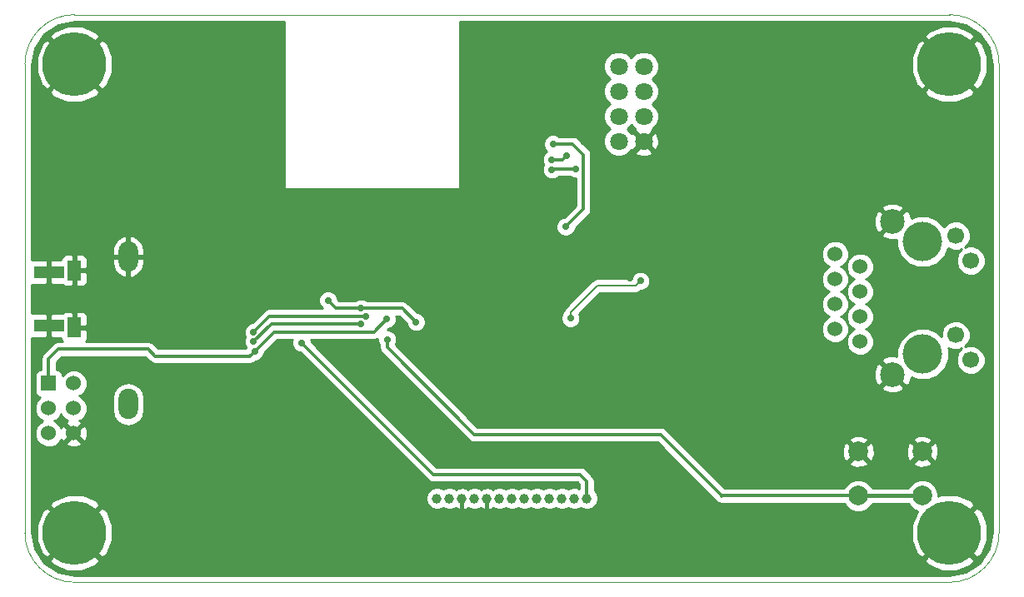
<source format=gbl>
G04 (created by PCBNEW (2013-07-07 BZR 4022)-stable) date 04/07/2014 12:13:18*
%MOIN*%
G04 Gerber Fmt 3.4, Leading zero omitted, Abs format*
%FSLAX34Y34*%
G01*
G70*
G90*
G04 APERTURE LIST*
%ADD10C,0.00590551*%
%ADD11C,0.00393701*%
%ADD12C,0.0708661*%
%ADD13C,0.15748*%
%ADD14C,0.06*%
%ADD15C,0.0984252*%
%ADD16C,0.0669291*%
%ADD17R,0.0574803X0.0787402*%
%ADD18R,0.124016X0.0511811*%
%ADD19R,0.06X0.06*%
%ADD20C,0.0787402*%
%ADD21C,0.0393701*%
%ADD22O,0.0787402X0.122047*%
%ADD23C,0.255906*%
%ADD24C,0.0275591*%
%ADD25C,0.011811*%
%ADD26C,0.015748*%
%ADD27C,0.00787402*%
%ADD28C,0.01*%
G04 APERTURE END LIST*
G54D10*
G54D11*
X35531Y-48472D02*
X35531Y-29722D01*
X35531Y-48472D02*
G75*
G03X37518Y-50460I1987J0D01*
G74*
G01*
X72520Y-50460D02*
X37518Y-50460D01*
X72520Y-50460D02*
G75*
G03X74507Y-48472I0J1987D01*
G74*
G01*
X74507Y-29722D02*
X74507Y-48472D01*
X74507Y-29722D02*
G75*
G03X72520Y-27735I-1987J0D01*
G74*
G01*
X37518Y-27735D02*
X72520Y-27735D01*
X37518Y-27735D02*
G75*
G03X35531Y-29722I0J-1987D01*
G74*
G01*
G54D12*
X60286Y-32808D03*
X59286Y-32808D03*
X60286Y-31808D03*
X59286Y-31808D03*
X60286Y-30808D03*
X59286Y-30808D03*
X60286Y-29808D03*
X59286Y-29808D03*
G54D13*
X71449Y-36824D03*
X71449Y-41324D03*
G54D14*
X68949Y-40824D03*
X67949Y-40324D03*
X68949Y-39824D03*
X67949Y-39324D03*
X68949Y-38824D03*
X67949Y-38324D03*
X68949Y-37824D03*
G54D15*
X70248Y-36012D03*
X70248Y-42135D03*
G54D14*
X67949Y-37324D03*
G54D16*
X72779Y-36583D03*
X73378Y-37583D03*
X72779Y-40564D03*
X73378Y-41564D03*
G54D17*
X37503Y-37972D03*
X37503Y-40255D03*
G54D18*
X36497Y-38041D03*
X36497Y-40186D03*
G54D19*
X36479Y-42499D03*
G54D14*
X37479Y-42499D03*
X36479Y-43499D03*
X37479Y-43499D03*
X36479Y-44499D03*
X37479Y-44499D03*
G54D20*
X71437Y-46997D03*
X71437Y-45225D03*
X68878Y-45225D03*
X68878Y-46997D03*
G54D21*
X58019Y-47110D03*
G54D22*
X39665Y-43330D03*
X39665Y-37425D03*
G54D21*
X57519Y-47110D03*
X57019Y-47110D03*
X56519Y-47110D03*
X56019Y-47110D03*
X55519Y-47110D03*
X55019Y-47110D03*
X54519Y-47110D03*
X54019Y-47110D03*
X53519Y-47110D03*
X53019Y-47110D03*
X52519Y-47110D03*
X52019Y-47110D03*
G54D23*
X72519Y-29723D03*
X37519Y-29723D03*
X37519Y-48473D03*
X72519Y-48473D03*
G54D24*
X46600Y-40875D03*
X50007Y-39929D03*
X56614Y-33940D03*
X57559Y-33901D03*
X44724Y-41224D03*
X56614Y-33547D03*
X57204Y-33389D03*
X48976Y-40122D03*
X44685Y-40830D03*
X49173Y-39807D03*
X44685Y-40437D03*
X47657Y-39177D03*
X51181Y-40043D03*
X56653Y-32917D03*
X57165Y-36224D03*
X48976Y-39492D03*
X50027Y-40736D03*
X41220Y-36854D03*
X41181Y-40082D03*
X54700Y-45100D03*
X55300Y-45100D03*
X55900Y-45100D03*
X56500Y-45100D03*
X57100Y-45100D03*
X57700Y-45100D03*
X56496Y-42011D03*
X58562Y-42405D03*
X62401Y-39295D03*
X61830Y-37641D03*
X61082Y-35889D03*
X60846Y-42366D03*
X55000Y-36736D03*
X52322Y-40437D03*
X49370Y-42051D03*
X43228Y-39492D03*
X58661Y-37484D03*
X53582Y-38035D03*
X60590Y-35161D03*
X60590Y-34610D03*
X58976Y-34807D03*
X48740Y-41460D03*
X47047Y-45318D03*
X45393Y-41539D03*
X47559Y-35751D03*
X47086Y-38153D03*
X44921Y-35751D03*
X44330Y-35751D03*
X44724Y-38074D03*
X43740Y-35751D03*
X42834Y-36224D03*
X41929Y-35751D03*
X62952Y-38350D03*
X56692Y-36224D03*
X55944Y-36185D03*
X55787Y-39885D03*
X62637Y-40988D03*
X61811Y-39295D03*
X60433Y-36224D03*
X59881Y-36224D03*
X61850Y-37090D03*
X61653Y-38350D03*
X58661Y-37129D03*
X59724Y-38271D03*
X57834Y-39885D03*
X58661Y-39059D03*
X57362Y-39885D03*
X60157Y-38389D03*
G54D25*
X47000Y-41275D02*
X47000Y-41275D01*
X58019Y-46419D02*
X58019Y-47110D01*
X51875Y-46150D02*
X47000Y-41275D01*
X57750Y-46150D02*
X51875Y-46150D01*
X58019Y-46419D02*
X57750Y-46150D01*
X47000Y-41275D02*
X46600Y-40875D01*
X36479Y-42499D02*
X36479Y-41513D01*
X40474Y-41124D02*
X40750Y-41400D01*
X36868Y-41124D02*
X40474Y-41124D01*
X36479Y-41513D02*
X36868Y-41124D01*
X44548Y-41400D02*
X44724Y-41224D01*
X40750Y-41400D02*
X44548Y-41400D01*
X44548Y-41400D02*
X44550Y-41398D01*
X56614Y-33940D02*
X56653Y-33901D01*
X56653Y-33901D02*
X57559Y-33901D01*
X44724Y-41224D02*
X45511Y-40437D01*
X45511Y-40437D02*
X48925Y-40437D01*
X49500Y-40437D02*
X48925Y-40437D01*
X50007Y-39929D02*
X49500Y-40437D01*
X57047Y-33547D02*
X57204Y-33389D01*
X56614Y-33547D02*
X57047Y-33547D01*
X44685Y-40830D02*
X45393Y-40122D01*
X45393Y-40122D02*
X48976Y-40122D01*
X44685Y-40437D02*
X45314Y-39807D01*
X45314Y-39807D02*
X49173Y-39807D01*
X47657Y-39177D02*
X47972Y-39492D01*
X48976Y-39492D02*
X50629Y-39492D01*
X50629Y-39492D02*
X51181Y-40043D01*
X56653Y-32917D02*
X57440Y-32917D01*
X57440Y-32917D02*
X57598Y-33074D01*
X57598Y-33074D02*
X57874Y-33350D01*
X57874Y-33350D02*
X57874Y-35515D01*
X57874Y-35515D02*
X57165Y-36224D01*
X48582Y-39492D02*
X48976Y-39492D01*
X47972Y-39492D02*
X48582Y-39492D01*
X50027Y-40736D02*
X50027Y-41057D01*
X60959Y-44549D02*
X63407Y-46997D01*
X53519Y-44549D02*
X60959Y-44549D01*
X50027Y-41057D02*
X53519Y-44549D01*
X68878Y-46997D02*
X63407Y-46997D01*
X63407Y-46997D02*
X63395Y-46997D01*
X63395Y-46997D02*
X63398Y-47001D01*
G54D26*
X71437Y-46997D02*
X68878Y-46997D01*
X68878Y-46997D02*
X68761Y-47114D01*
X54019Y-47110D02*
X54019Y-47746D01*
X54019Y-47746D02*
X54036Y-47763D01*
X53019Y-47110D02*
X53019Y-47771D01*
X53019Y-47771D02*
X53010Y-47781D01*
G54D27*
X57362Y-39885D02*
X57362Y-39649D01*
X59960Y-38586D02*
X60157Y-38389D01*
X58425Y-38586D02*
X59960Y-38586D01*
X57362Y-39649D02*
X58425Y-38586D01*
G54D10*
G36*
X53072Y-47081D02*
X53072Y-47138D01*
X53025Y-47186D01*
X53019Y-47180D01*
X53014Y-47186D01*
X52966Y-47138D01*
X52966Y-47081D01*
X53014Y-47033D01*
X53019Y-47039D01*
X53025Y-47033D01*
X53072Y-47081D01*
X53072Y-47081D01*
G37*
G54D28*
X53072Y-47081D02*
X53072Y-47138D01*
X53025Y-47186D01*
X53019Y-47180D01*
X53014Y-47186D01*
X52966Y-47138D01*
X52966Y-47081D01*
X53014Y-47033D01*
X53019Y-47039D01*
X53025Y-47033D01*
X53072Y-47081D01*
G54D10*
G36*
X54072Y-47081D02*
X54072Y-47138D01*
X54025Y-47186D01*
X54019Y-47180D01*
X54014Y-47186D01*
X53966Y-47138D01*
X53966Y-47081D01*
X54014Y-47033D01*
X54019Y-47039D01*
X54025Y-47033D01*
X54072Y-47081D01*
X54072Y-47081D01*
G37*
G54D28*
X54072Y-47081D02*
X54072Y-47138D01*
X54025Y-47186D01*
X54019Y-47180D01*
X54014Y-47186D01*
X53966Y-47138D01*
X53966Y-47081D01*
X54014Y-47033D01*
X54019Y-47039D01*
X54025Y-47033D01*
X54072Y-47081D01*
G54D10*
G36*
X74238Y-48442D02*
X74102Y-49129D01*
X74051Y-49205D01*
X74051Y-48180D01*
X74051Y-29430D01*
X73822Y-28866D01*
X73810Y-28847D01*
X73612Y-28700D01*
X73542Y-28771D01*
X73542Y-28630D01*
X73395Y-28433D01*
X72834Y-28196D01*
X72226Y-28191D01*
X71662Y-28420D01*
X71643Y-28433D01*
X71497Y-28630D01*
X72519Y-29652D01*
X73542Y-28630D01*
X73542Y-28771D01*
X72590Y-29723D01*
X73612Y-30746D01*
X73810Y-30599D01*
X74046Y-30038D01*
X74051Y-29430D01*
X74051Y-48180D01*
X73962Y-47962D01*
X73962Y-41448D01*
X73962Y-37468D01*
X73874Y-37253D01*
X73709Y-37088D01*
X73542Y-37018D01*
X73542Y-30816D01*
X72519Y-29794D01*
X72448Y-29864D01*
X72448Y-29723D01*
X71426Y-28700D01*
X71229Y-28847D01*
X70992Y-29408D01*
X70988Y-30016D01*
X71216Y-30580D01*
X71229Y-30599D01*
X71426Y-30746D01*
X72448Y-29723D01*
X72448Y-29864D01*
X71497Y-30816D01*
X71643Y-31013D01*
X72204Y-31250D01*
X72812Y-31255D01*
X73376Y-31026D01*
X73395Y-31013D01*
X73542Y-30816D01*
X73542Y-37018D01*
X73494Y-36999D01*
X73262Y-36999D01*
X73141Y-37049D01*
X73275Y-36915D01*
X73364Y-36700D01*
X73364Y-36468D01*
X73275Y-36253D01*
X73111Y-36088D01*
X72896Y-35999D01*
X72663Y-35999D01*
X72448Y-36087D01*
X72314Y-36222D01*
X72037Y-35945D01*
X71656Y-35786D01*
X71243Y-35786D01*
X70987Y-35892D01*
X70986Y-35845D01*
X70888Y-35609D01*
X70773Y-35558D01*
X70702Y-35629D01*
X70702Y-35488D01*
X70651Y-35372D01*
X70375Y-35267D01*
X70080Y-35275D01*
X69844Y-35372D01*
X69793Y-35488D01*
X70248Y-35942D01*
X70702Y-35488D01*
X70702Y-35629D01*
X70318Y-36012D01*
X70324Y-36018D01*
X70253Y-36089D01*
X70248Y-36083D01*
X70177Y-36154D01*
X70177Y-36012D01*
X69723Y-35558D01*
X69608Y-35609D01*
X69502Y-35885D01*
X69510Y-36180D01*
X69608Y-36416D01*
X69723Y-36467D01*
X70177Y-36012D01*
X70177Y-36154D01*
X69793Y-36537D01*
X69844Y-36653D01*
X70120Y-36758D01*
X70411Y-36750D01*
X70411Y-37029D01*
X70569Y-37410D01*
X70860Y-37702D01*
X71241Y-37861D01*
X71654Y-37861D01*
X72035Y-37703D01*
X72327Y-37412D01*
X72463Y-37085D01*
X72662Y-37168D01*
X72895Y-37168D01*
X73016Y-37118D01*
X72882Y-37252D01*
X72793Y-37467D01*
X72793Y-37699D01*
X72882Y-37914D01*
X73046Y-38079D01*
X73261Y-38168D01*
X73493Y-38168D01*
X73708Y-38079D01*
X73873Y-37915D01*
X73962Y-37700D01*
X73962Y-37468D01*
X73962Y-41448D01*
X73874Y-41233D01*
X73709Y-41068D01*
X73494Y-40979D01*
X73262Y-40979D01*
X73141Y-41029D01*
X73275Y-40895D01*
X73364Y-40680D01*
X73364Y-40448D01*
X73275Y-40233D01*
X73111Y-40068D01*
X72896Y-39979D01*
X72663Y-39979D01*
X72448Y-40068D01*
X72284Y-40232D01*
X72195Y-40447D01*
X72195Y-40602D01*
X72037Y-40445D01*
X71656Y-40286D01*
X71243Y-40286D01*
X70862Y-40444D01*
X70570Y-40735D01*
X70411Y-41116D01*
X70411Y-41402D01*
X70375Y-41389D01*
X70080Y-41397D01*
X69844Y-41494D01*
X69793Y-41610D01*
X70248Y-42064D01*
X70253Y-42058D01*
X70324Y-42129D01*
X70318Y-42135D01*
X70773Y-42589D01*
X70888Y-42538D01*
X70994Y-42262D01*
X70993Y-42258D01*
X71241Y-42361D01*
X71654Y-42361D01*
X72035Y-42203D01*
X72327Y-41912D01*
X72486Y-41531D01*
X72486Y-41118D01*
X72465Y-41066D01*
X72662Y-41148D01*
X72895Y-41148D01*
X73016Y-41098D01*
X72882Y-41232D01*
X72793Y-41447D01*
X72793Y-41679D01*
X72882Y-41894D01*
X73046Y-42059D01*
X73261Y-42148D01*
X73493Y-42148D01*
X73708Y-42060D01*
X73873Y-41895D01*
X73962Y-41680D01*
X73962Y-41448D01*
X73962Y-47962D01*
X73822Y-47616D01*
X73810Y-47597D01*
X73612Y-47450D01*
X73542Y-47521D01*
X73542Y-47380D01*
X73395Y-47183D01*
X72834Y-46946D01*
X72226Y-46941D01*
X72085Y-46999D01*
X72085Y-45330D01*
X72075Y-45074D01*
X71996Y-44881D01*
X71891Y-44842D01*
X71820Y-44913D01*
X71820Y-44772D01*
X71781Y-44667D01*
X71541Y-44577D01*
X71285Y-44587D01*
X71093Y-44667D01*
X71054Y-44772D01*
X71437Y-45155D01*
X71820Y-44772D01*
X71820Y-44913D01*
X71508Y-45225D01*
X71891Y-45609D01*
X71996Y-45570D01*
X72085Y-45330D01*
X72085Y-46999D01*
X72081Y-47000D01*
X72081Y-46870D01*
X71983Y-46633D01*
X71820Y-46470D01*
X71820Y-45679D01*
X71437Y-45296D01*
X71366Y-45367D01*
X71366Y-45225D01*
X70983Y-44842D01*
X70878Y-44881D01*
X70789Y-45121D01*
X70798Y-45377D01*
X70878Y-45570D01*
X70983Y-45609D01*
X71366Y-45225D01*
X71366Y-45367D01*
X71054Y-45679D01*
X71093Y-45784D01*
X71333Y-45873D01*
X71589Y-45864D01*
X71781Y-45784D01*
X71820Y-45679D01*
X71820Y-46470D01*
X71802Y-46452D01*
X71565Y-46354D01*
X71309Y-46353D01*
X71073Y-46451D01*
X70891Y-46632D01*
X70876Y-46668D01*
X70702Y-46668D01*
X70702Y-42659D01*
X70248Y-42205D01*
X70177Y-42276D01*
X70177Y-42135D01*
X69723Y-41680D01*
X69608Y-41731D01*
X69502Y-42007D01*
X69510Y-42302D01*
X69608Y-42538D01*
X69723Y-42589D01*
X70177Y-42135D01*
X70177Y-42276D01*
X69793Y-42659D01*
X69844Y-42775D01*
X70120Y-42880D01*
X70415Y-42872D01*
X70651Y-42775D01*
X70702Y-42659D01*
X70702Y-46668D01*
X69526Y-46668D01*
X69526Y-45330D01*
X69516Y-45074D01*
X69499Y-45031D01*
X69499Y-40715D01*
X69415Y-40512D01*
X69260Y-40358D01*
X69179Y-40324D01*
X69260Y-40290D01*
X69414Y-40135D01*
X69498Y-39933D01*
X69499Y-39715D01*
X69415Y-39512D01*
X69260Y-39358D01*
X69179Y-39324D01*
X69260Y-39290D01*
X69414Y-39135D01*
X69498Y-38933D01*
X69499Y-38715D01*
X69415Y-38512D01*
X69260Y-38358D01*
X69179Y-38324D01*
X69260Y-38290D01*
X69414Y-38135D01*
X69498Y-37933D01*
X69499Y-37715D01*
X69415Y-37512D01*
X69260Y-37358D01*
X69058Y-37274D01*
X68840Y-37273D01*
X68637Y-37357D01*
X68483Y-37512D01*
X68399Y-37714D01*
X68398Y-37932D01*
X68482Y-38135D01*
X68637Y-38289D01*
X68718Y-38323D01*
X68637Y-38357D01*
X68483Y-38512D01*
X68399Y-38714D01*
X68398Y-38932D01*
X68482Y-39135D01*
X68637Y-39289D01*
X68718Y-39323D01*
X68637Y-39357D01*
X68483Y-39512D01*
X68399Y-39714D01*
X68398Y-39932D01*
X68482Y-40135D01*
X68637Y-40289D01*
X68718Y-40323D01*
X68637Y-40357D01*
X68499Y-40495D01*
X68499Y-40215D01*
X68415Y-40012D01*
X68260Y-39858D01*
X68179Y-39824D01*
X68260Y-39790D01*
X68414Y-39635D01*
X68498Y-39433D01*
X68499Y-39215D01*
X68415Y-39012D01*
X68260Y-38858D01*
X68179Y-38824D01*
X68260Y-38790D01*
X68414Y-38635D01*
X68498Y-38433D01*
X68499Y-38215D01*
X68415Y-38012D01*
X68260Y-37858D01*
X68179Y-37824D01*
X68260Y-37790D01*
X68414Y-37635D01*
X68498Y-37433D01*
X68499Y-37215D01*
X68415Y-37012D01*
X68260Y-36858D01*
X68058Y-36774D01*
X67840Y-36773D01*
X67637Y-36857D01*
X67483Y-37012D01*
X67399Y-37214D01*
X67398Y-37432D01*
X67482Y-37635D01*
X67637Y-37789D01*
X67718Y-37823D01*
X67637Y-37857D01*
X67483Y-38012D01*
X67399Y-38214D01*
X67398Y-38432D01*
X67482Y-38635D01*
X67637Y-38789D01*
X67718Y-38823D01*
X67637Y-38857D01*
X67483Y-39012D01*
X67399Y-39214D01*
X67398Y-39432D01*
X67482Y-39635D01*
X67637Y-39789D01*
X67718Y-39823D01*
X67637Y-39857D01*
X67483Y-40012D01*
X67399Y-40214D01*
X67398Y-40432D01*
X67482Y-40635D01*
X67637Y-40789D01*
X67839Y-40873D01*
X68057Y-40874D01*
X68260Y-40790D01*
X68414Y-40635D01*
X68498Y-40433D01*
X68499Y-40215D01*
X68499Y-40495D01*
X68483Y-40512D01*
X68399Y-40714D01*
X68398Y-40932D01*
X68482Y-41135D01*
X68637Y-41289D01*
X68839Y-41373D01*
X69057Y-41374D01*
X69260Y-41290D01*
X69414Y-41135D01*
X69498Y-40933D01*
X69499Y-40715D01*
X69499Y-45031D01*
X69437Y-44881D01*
X69332Y-44842D01*
X69261Y-44913D01*
X69261Y-44772D01*
X69222Y-44667D01*
X68982Y-44577D01*
X68726Y-44587D01*
X68534Y-44667D01*
X68495Y-44772D01*
X68878Y-45155D01*
X69261Y-44772D01*
X69261Y-44913D01*
X68948Y-45225D01*
X69332Y-45609D01*
X69437Y-45570D01*
X69526Y-45330D01*
X69526Y-46668D01*
X69438Y-46668D01*
X69424Y-46633D01*
X69261Y-46470D01*
X69261Y-45679D01*
X68878Y-45296D01*
X68807Y-45367D01*
X68807Y-45225D01*
X68424Y-44842D01*
X68319Y-44881D01*
X68230Y-45121D01*
X68239Y-45377D01*
X68319Y-45570D01*
X68424Y-45609D01*
X68807Y-45225D01*
X68807Y-45367D01*
X68495Y-45679D01*
X68534Y-45784D01*
X68774Y-45873D01*
X69030Y-45864D01*
X69222Y-45784D01*
X69261Y-45679D01*
X69261Y-46470D01*
X69243Y-46452D01*
X69006Y-46354D01*
X68750Y-46353D01*
X68514Y-46451D01*
X68332Y-46632D01*
X68309Y-46688D01*
X63535Y-46688D01*
X61178Y-44331D01*
X61078Y-44264D01*
X60959Y-44240D01*
X60894Y-44240D01*
X60894Y-32902D01*
X60890Y-32797D01*
X60890Y-31688D01*
X60798Y-31466D01*
X60640Y-31307D01*
X60798Y-31150D01*
X60890Y-30928D01*
X60890Y-30688D01*
X60798Y-30466D01*
X60640Y-30307D01*
X60798Y-30150D01*
X60890Y-29928D01*
X60890Y-29688D01*
X60798Y-29466D01*
X60628Y-29295D01*
X60406Y-29203D01*
X60166Y-29203D01*
X59944Y-29295D01*
X59785Y-29453D01*
X59628Y-29295D01*
X59406Y-29203D01*
X59166Y-29203D01*
X58944Y-29295D01*
X58773Y-29465D01*
X58681Y-29687D01*
X58681Y-29927D01*
X58773Y-30149D01*
X58931Y-30308D01*
X58773Y-30465D01*
X58681Y-30687D01*
X58681Y-30927D01*
X58773Y-31149D01*
X58931Y-31308D01*
X58773Y-31465D01*
X58681Y-31687D01*
X58681Y-31927D01*
X58773Y-32149D01*
X58931Y-32308D01*
X58773Y-32465D01*
X58681Y-32687D01*
X58681Y-32927D01*
X58773Y-33149D01*
X58943Y-33320D01*
X59165Y-33412D01*
X59405Y-33412D01*
X59627Y-33320D01*
X59798Y-33150D01*
X59801Y-33142D01*
X59860Y-33162D01*
X60215Y-32808D01*
X59860Y-32453D01*
X59801Y-32473D01*
X59798Y-32466D01*
X59640Y-32307D01*
X59786Y-32162D01*
X59943Y-32320D01*
X59951Y-32323D01*
X59931Y-32382D01*
X60286Y-32737D01*
X60640Y-32382D01*
X60620Y-32323D01*
X60627Y-32320D01*
X60798Y-32150D01*
X60890Y-31928D01*
X60890Y-31688D01*
X60890Y-32797D01*
X60884Y-32662D01*
X60812Y-32487D01*
X60711Y-32453D01*
X60356Y-32808D01*
X60711Y-33162D01*
X60812Y-33128D01*
X60894Y-32902D01*
X60894Y-44240D01*
X60640Y-44240D01*
X60640Y-33233D01*
X60286Y-32878D01*
X59931Y-33233D01*
X59965Y-33334D01*
X60191Y-33416D01*
X60431Y-33406D01*
X60606Y-33334D01*
X60640Y-33233D01*
X60640Y-44240D01*
X60545Y-44240D01*
X60545Y-38312D01*
X60486Y-38170D01*
X60377Y-38061D01*
X60234Y-38002D01*
X60080Y-38001D01*
X59938Y-38060D01*
X59828Y-38169D01*
X59775Y-38297D01*
X58425Y-38297D01*
X58314Y-38319D01*
X58283Y-38340D01*
X58220Y-38381D01*
X58183Y-38419D01*
X58183Y-35515D01*
X58183Y-33350D01*
X58159Y-33232D01*
X58159Y-33232D01*
X58092Y-33131D01*
X58092Y-33131D01*
X57816Y-32856D01*
X57659Y-32698D01*
X57559Y-32631D01*
X57440Y-32608D01*
X56892Y-32608D01*
X56873Y-32588D01*
X56731Y-32529D01*
X56576Y-32529D01*
X56434Y-32588D01*
X56324Y-32697D01*
X56265Y-32839D01*
X56265Y-32994D01*
X56324Y-33136D01*
X56402Y-33215D01*
X56394Y-33218D01*
X56285Y-33327D01*
X56226Y-33469D01*
X56226Y-33624D01*
X56275Y-33744D01*
X56226Y-33863D01*
X56226Y-34017D01*
X56285Y-34160D01*
X56394Y-34269D01*
X56536Y-34328D01*
X56690Y-34328D01*
X56833Y-34269D01*
X56892Y-34210D01*
X57319Y-34210D01*
X57339Y-34230D01*
X57481Y-34289D01*
X57564Y-34289D01*
X57564Y-35387D01*
X57116Y-35836D01*
X57088Y-35836D01*
X56945Y-35895D01*
X56836Y-36004D01*
X56777Y-36146D01*
X56777Y-36301D01*
X56836Y-36443D01*
X56945Y-36552D01*
X57087Y-36612D01*
X57242Y-36612D01*
X57384Y-36553D01*
X57493Y-36444D01*
X57553Y-36301D01*
X57553Y-36273D01*
X58092Y-35734D01*
X58159Y-35634D01*
X58159Y-35634D01*
X58183Y-35515D01*
X58183Y-38419D01*
X57157Y-39444D01*
X57094Y-39538D01*
X57078Y-39621D01*
X57033Y-39665D01*
X56974Y-39808D01*
X56974Y-39962D01*
X57033Y-40105D01*
X57142Y-40214D01*
X57284Y-40273D01*
X57439Y-40273D01*
X57581Y-40214D01*
X57690Y-40105D01*
X57749Y-39963D01*
X57750Y-39809D01*
X57709Y-39711D01*
X58545Y-38875D01*
X59960Y-38875D01*
X59960Y-38875D01*
X60071Y-38853D01*
X60165Y-38791D01*
X60178Y-38777D01*
X60234Y-38777D01*
X60376Y-38718D01*
X60486Y-38609D01*
X60545Y-38467D01*
X60545Y-38312D01*
X60545Y-44240D01*
X53647Y-44240D01*
X50358Y-40951D01*
X50415Y-40813D01*
X50415Y-40659D01*
X50356Y-40516D01*
X50247Y-40407D01*
X50105Y-40348D01*
X50025Y-40348D01*
X50057Y-40316D01*
X50084Y-40316D01*
X50227Y-40258D01*
X50336Y-40149D01*
X50395Y-40006D01*
X50395Y-39852D01*
X50374Y-39801D01*
X50501Y-39801D01*
X50793Y-40092D01*
X50793Y-40120D01*
X50852Y-40262D01*
X50961Y-40371D01*
X51103Y-40431D01*
X51257Y-40431D01*
X51400Y-40372D01*
X51509Y-40263D01*
X51568Y-40120D01*
X51568Y-39966D01*
X51510Y-39823D01*
X51401Y-39714D01*
X51258Y-39655D01*
X51230Y-39655D01*
X50848Y-39273D01*
X50748Y-39206D01*
X50629Y-39183D01*
X49215Y-39183D01*
X49196Y-39163D01*
X49053Y-39104D01*
X48899Y-39104D01*
X48756Y-39163D01*
X48737Y-39183D01*
X48582Y-39183D01*
X48100Y-39183D01*
X48045Y-39127D01*
X48045Y-39100D01*
X47986Y-38957D01*
X47877Y-38848D01*
X47734Y-38789D01*
X47580Y-38789D01*
X47438Y-38848D01*
X47328Y-38957D01*
X47269Y-39099D01*
X47269Y-39253D01*
X47328Y-39396D01*
X47429Y-39498D01*
X45314Y-39498D01*
X45196Y-39521D01*
X45096Y-39588D01*
X45096Y-39588D01*
X44635Y-40049D01*
X44608Y-40049D01*
X44465Y-40108D01*
X44356Y-40217D01*
X44297Y-40359D01*
X44297Y-40513D01*
X44346Y-40633D01*
X44297Y-40753D01*
X44297Y-40907D01*
X44356Y-41050D01*
X44370Y-41064D01*
X44359Y-41090D01*
X40878Y-41090D01*
X40693Y-40906D01*
X40593Y-40839D01*
X40474Y-40815D01*
X40309Y-40815D01*
X40309Y-37691D01*
X40309Y-37475D01*
X40309Y-37375D01*
X40309Y-37158D01*
X40240Y-36916D01*
X40085Y-36718D01*
X39865Y-36594D01*
X39815Y-36582D01*
X39715Y-36629D01*
X39715Y-37375D01*
X40309Y-37375D01*
X40309Y-37475D01*
X39715Y-37475D01*
X39715Y-38220D01*
X39815Y-38267D01*
X39865Y-38255D01*
X40085Y-38132D01*
X40240Y-37934D01*
X40309Y-37691D01*
X40309Y-40815D01*
X39615Y-40815D01*
X39615Y-38220D01*
X39615Y-37475D01*
X39615Y-37375D01*
X39615Y-36629D01*
X39515Y-36582D01*
X39465Y-36594D01*
X39245Y-36718D01*
X39089Y-36916D01*
X39051Y-37052D01*
X39051Y-29430D01*
X38822Y-28866D01*
X38810Y-28847D01*
X38612Y-28700D01*
X38542Y-28771D01*
X38542Y-28630D01*
X38395Y-28433D01*
X37834Y-28196D01*
X37226Y-28191D01*
X36662Y-28420D01*
X36643Y-28433D01*
X36497Y-28630D01*
X37519Y-29652D01*
X38542Y-28630D01*
X38542Y-28771D01*
X37590Y-29723D01*
X38612Y-30746D01*
X38810Y-30599D01*
X39046Y-30038D01*
X39051Y-29430D01*
X39051Y-37052D01*
X39021Y-37158D01*
X39021Y-37375D01*
X39615Y-37375D01*
X39615Y-37475D01*
X39021Y-37475D01*
X39021Y-37691D01*
X39089Y-37934D01*
X39245Y-38132D01*
X39465Y-38255D01*
X39515Y-38267D01*
X39615Y-38220D01*
X39615Y-40815D01*
X38542Y-40815D01*
X38542Y-30816D01*
X37519Y-29794D01*
X37448Y-29864D01*
X37448Y-29723D01*
X36426Y-28700D01*
X36229Y-28847D01*
X35992Y-29408D01*
X35988Y-30016D01*
X36216Y-30580D01*
X36229Y-30599D01*
X36426Y-30746D01*
X37448Y-29723D01*
X37448Y-29864D01*
X36497Y-30816D01*
X36643Y-31013D01*
X37204Y-31250D01*
X37812Y-31255D01*
X38376Y-31026D01*
X38395Y-31013D01*
X38542Y-30816D01*
X38542Y-40815D01*
X37977Y-40815D01*
X38002Y-40790D01*
X38040Y-40698D01*
X38040Y-39812D01*
X38040Y-38415D01*
X38040Y-37529D01*
X38002Y-37437D01*
X37932Y-37366D01*
X37840Y-37328D01*
X37741Y-37328D01*
X37615Y-37328D01*
X37553Y-37391D01*
X37553Y-37922D01*
X37978Y-37922D01*
X38040Y-37859D01*
X38040Y-37529D01*
X38040Y-38415D01*
X38040Y-38084D01*
X37978Y-38022D01*
X37553Y-38022D01*
X37553Y-38553D01*
X37615Y-38615D01*
X37741Y-38616D01*
X37840Y-38615D01*
X37932Y-38577D01*
X38002Y-38507D01*
X38040Y-38415D01*
X38040Y-39812D01*
X38002Y-39720D01*
X37932Y-39650D01*
X37840Y-39612D01*
X37741Y-39611D01*
X37615Y-39612D01*
X37553Y-39674D01*
X37553Y-40205D01*
X37978Y-40205D01*
X38040Y-40143D01*
X38040Y-39812D01*
X38040Y-40698D01*
X38040Y-40368D01*
X37978Y-40305D01*
X37553Y-40305D01*
X37553Y-40313D01*
X37453Y-40313D01*
X37453Y-40305D01*
X37445Y-40305D01*
X37445Y-40205D01*
X37453Y-40205D01*
X37453Y-39674D01*
X37453Y-38553D01*
X37453Y-38022D01*
X37445Y-38022D01*
X37445Y-37922D01*
X37453Y-37922D01*
X37453Y-37391D01*
X37390Y-37328D01*
X37265Y-37328D01*
X37166Y-37328D01*
X37074Y-37366D01*
X37003Y-37437D01*
X36965Y-37529D01*
X36965Y-37535D01*
X36610Y-37535D01*
X36547Y-37597D01*
X36547Y-37991D01*
X36555Y-37991D01*
X36555Y-38091D01*
X36547Y-38091D01*
X36547Y-38484D01*
X36610Y-38547D01*
X37043Y-38547D01*
X37074Y-38577D01*
X37166Y-38615D01*
X37265Y-38616D01*
X37390Y-38615D01*
X37453Y-38553D01*
X37453Y-39674D01*
X37390Y-39612D01*
X37265Y-39611D01*
X37166Y-39612D01*
X37074Y-39650D01*
X37043Y-39680D01*
X36610Y-39680D01*
X36547Y-39743D01*
X36547Y-40136D01*
X36555Y-40136D01*
X36555Y-40236D01*
X36547Y-40236D01*
X36547Y-40630D01*
X36610Y-40692D01*
X36965Y-40692D01*
X36965Y-40698D01*
X37003Y-40790D01*
X37028Y-40815D01*
X36868Y-40815D01*
X36868Y-40815D01*
X36845Y-40820D01*
X36750Y-40839D01*
X36650Y-40906D01*
X36650Y-40906D01*
X36261Y-41295D01*
X36194Y-41395D01*
X36170Y-41513D01*
X36170Y-41949D01*
X36130Y-41949D01*
X36038Y-41987D01*
X35968Y-42058D01*
X35929Y-42149D01*
X35929Y-42249D01*
X35929Y-42849D01*
X35967Y-42941D01*
X36038Y-43011D01*
X36129Y-43049D01*
X36152Y-43049D01*
X36013Y-43187D01*
X35929Y-43390D01*
X35929Y-43608D01*
X36013Y-43811D01*
X36167Y-43965D01*
X36249Y-43999D01*
X36168Y-44033D01*
X36013Y-44187D01*
X35929Y-44390D01*
X35929Y-44608D01*
X36013Y-44811D01*
X36167Y-44965D01*
X36370Y-45049D01*
X36588Y-45049D01*
X36791Y-44966D01*
X36945Y-44811D01*
X36977Y-44736D01*
X36998Y-44787D01*
X37093Y-44815D01*
X37409Y-44499D01*
X37093Y-44184D01*
X36998Y-44212D01*
X36978Y-44267D01*
X36946Y-44188D01*
X36791Y-44033D01*
X36710Y-43999D01*
X36791Y-43966D01*
X36945Y-43811D01*
X36979Y-43730D01*
X37013Y-43811D01*
X37167Y-43965D01*
X37243Y-43997D01*
X37192Y-44018D01*
X37164Y-44113D01*
X37479Y-44429D01*
X37795Y-44113D01*
X37767Y-44018D01*
X37712Y-43998D01*
X37791Y-43966D01*
X37945Y-43811D01*
X38029Y-43609D01*
X38029Y-43390D01*
X37946Y-43188D01*
X37791Y-43033D01*
X37710Y-42999D01*
X37791Y-42966D01*
X37945Y-42811D01*
X38029Y-42609D01*
X38029Y-42390D01*
X37946Y-42188D01*
X37791Y-42033D01*
X37589Y-41949D01*
X37370Y-41949D01*
X37168Y-42033D01*
X37029Y-42171D01*
X37029Y-42150D01*
X36991Y-42058D01*
X36921Y-41988D01*
X36829Y-41949D01*
X36788Y-41949D01*
X36788Y-41641D01*
X36996Y-41433D01*
X40346Y-41433D01*
X40531Y-41618D01*
X40531Y-41618D01*
X40631Y-41685D01*
X40631Y-41685D01*
X40726Y-41704D01*
X40749Y-41709D01*
X40749Y-41709D01*
X40750Y-41709D01*
X44548Y-41709D01*
X44667Y-41685D01*
X44667Y-41685D01*
X44767Y-41618D01*
X44768Y-41617D01*
X44773Y-41612D01*
X44801Y-41612D01*
X44943Y-41553D01*
X45052Y-41444D01*
X45112Y-41301D01*
X45112Y-41273D01*
X45639Y-40746D01*
X46233Y-40746D01*
X46212Y-40797D01*
X46212Y-40951D01*
X46271Y-41094D01*
X46380Y-41203D01*
X46522Y-41262D01*
X46550Y-41262D01*
X46781Y-41493D01*
X46781Y-41493D01*
X51656Y-46368D01*
X51756Y-46435D01*
X51756Y-46435D01*
X51875Y-46459D01*
X57621Y-46459D01*
X57710Y-46547D01*
X57710Y-46705D01*
X57608Y-46663D01*
X57431Y-46663D01*
X57269Y-46730D01*
X57108Y-46663D01*
X56931Y-46663D01*
X56769Y-46730D01*
X56608Y-46663D01*
X56431Y-46663D01*
X56269Y-46730D01*
X56108Y-46663D01*
X55931Y-46663D01*
X55769Y-46730D01*
X55608Y-46663D01*
X55431Y-46663D01*
X55269Y-46730D01*
X55108Y-46663D01*
X54931Y-46663D01*
X54769Y-46730D01*
X54608Y-46663D01*
X54431Y-46663D01*
X54266Y-46731D01*
X54251Y-46747D01*
X54245Y-46714D01*
X54076Y-46658D01*
X53899Y-46670D01*
X53793Y-46714D01*
X53788Y-46746D01*
X53773Y-46731D01*
X53608Y-46663D01*
X53431Y-46663D01*
X53266Y-46731D01*
X53251Y-46747D01*
X53245Y-46714D01*
X53076Y-46658D01*
X52899Y-46670D01*
X52793Y-46714D01*
X52788Y-46746D01*
X52773Y-46731D01*
X52608Y-46663D01*
X52431Y-46663D01*
X52269Y-46730D01*
X52108Y-46663D01*
X51931Y-46663D01*
X51766Y-46731D01*
X51641Y-46856D01*
X51572Y-47020D01*
X51572Y-47198D01*
X51640Y-47363D01*
X51766Y-47488D01*
X51930Y-47557D01*
X52108Y-47557D01*
X52269Y-47490D01*
X52430Y-47557D01*
X52608Y-47557D01*
X52772Y-47489D01*
X52788Y-47473D01*
X52793Y-47505D01*
X52962Y-47562D01*
X53139Y-47549D01*
X53245Y-47505D01*
X53251Y-47473D01*
X53266Y-47488D01*
X53430Y-47557D01*
X53608Y-47557D01*
X53772Y-47489D01*
X53788Y-47473D01*
X53793Y-47505D01*
X53962Y-47562D01*
X54139Y-47549D01*
X54245Y-47505D01*
X54251Y-47473D01*
X54266Y-47488D01*
X54430Y-47557D01*
X54608Y-47557D01*
X54769Y-47490D01*
X54930Y-47557D01*
X55108Y-47557D01*
X55269Y-47490D01*
X55430Y-47557D01*
X55608Y-47557D01*
X55769Y-47490D01*
X55930Y-47557D01*
X56108Y-47557D01*
X56269Y-47490D01*
X56430Y-47557D01*
X56608Y-47557D01*
X56769Y-47490D01*
X56930Y-47557D01*
X57108Y-47557D01*
X57269Y-47490D01*
X57430Y-47557D01*
X57608Y-47557D01*
X57769Y-47490D01*
X57930Y-47557D01*
X58108Y-47557D01*
X58272Y-47489D01*
X58398Y-47363D01*
X58466Y-47199D01*
X58466Y-47021D01*
X58398Y-46857D01*
X58328Y-46787D01*
X58328Y-46419D01*
X58305Y-46301D01*
X58305Y-46301D01*
X58238Y-46201D01*
X57968Y-45931D01*
X57868Y-45864D01*
X57750Y-45840D01*
X52003Y-45840D01*
X47218Y-41056D01*
X47218Y-41056D01*
X46987Y-40825D01*
X46987Y-40798D01*
X46966Y-40746D01*
X48925Y-40746D01*
X49500Y-40746D01*
X49618Y-40722D01*
X49618Y-40722D01*
X49639Y-40708D01*
X49639Y-40813D01*
X49698Y-40955D01*
X49718Y-40975D01*
X49718Y-41057D01*
X49742Y-41175D01*
X49809Y-41276D01*
X53301Y-44768D01*
X53301Y-44768D01*
X53401Y-44835D01*
X53401Y-44835D01*
X53496Y-44854D01*
X53519Y-44858D01*
X53519Y-44858D01*
X53519Y-44858D01*
X60831Y-44858D01*
X63151Y-47178D01*
X63176Y-47216D01*
X63180Y-47219D01*
X63280Y-47286D01*
X63398Y-47310D01*
X63417Y-47306D01*
X68309Y-47306D01*
X68332Y-47361D01*
X68513Y-47543D01*
X68749Y-47641D01*
X69005Y-47641D01*
X69242Y-47543D01*
X69423Y-47362D01*
X69438Y-47326D01*
X70876Y-47326D01*
X70891Y-47361D01*
X71072Y-47543D01*
X71225Y-47606D01*
X70992Y-48158D01*
X70988Y-48766D01*
X71216Y-49330D01*
X71229Y-49349D01*
X71426Y-49496D01*
X72448Y-48473D01*
X72443Y-48467D01*
X72514Y-48397D01*
X72519Y-48402D01*
X73542Y-47380D01*
X73542Y-47521D01*
X72590Y-48473D01*
X73612Y-49496D01*
X73810Y-49349D01*
X74046Y-48788D01*
X74051Y-48180D01*
X74051Y-49205D01*
X73732Y-49682D01*
X73542Y-49809D01*
X73542Y-49566D01*
X72519Y-48544D01*
X71497Y-49566D01*
X71643Y-49763D01*
X72204Y-50000D01*
X72812Y-50005D01*
X73376Y-49776D01*
X73395Y-49763D01*
X73542Y-49566D01*
X73542Y-49809D01*
X73174Y-50055D01*
X72493Y-50190D01*
X40309Y-50190D01*
X40309Y-43564D01*
X40309Y-43097D01*
X40260Y-42850D01*
X40120Y-42642D01*
X39911Y-42502D01*
X39665Y-42453D01*
X39419Y-42502D01*
X39210Y-42642D01*
X39070Y-42850D01*
X39021Y-43097D01*
X39021Y-43564D01*
X39070Y-43810D01*
X39210Y-44019D01*
X39419Y-44158D01*
X39665Y-44207D01*
X39911Y-44158D01*
X40120Y-44019D01*
X40260Y-43810D01*
X40309Y-43564D01*
X40309Y-50190D01*
X39051Y-50190D01*
X39051Y-48180D01*
X38822Y-47616D01*
X38810Y-47597D01*
X38612Y-47450D01*
X38542Y-47521D01*
X38542Y-47380D01*
X38395Y-47183D01*
X38034Y-47030D01*
X38034Y-44581D01*
X38023Y-44363D01*
X37961Y-44212D01*
X37865Y-44184D01*
X37550Y-44499D01*
X37865Y-44815D01*
X37961Y-44787D01*
X38034Y-44581D01*
X38034Y-47030D01*
X37834Y-46946D01*
X37795Y-46945D01*
X37795Y-44885D01*
X37479Y-44570D01*
X37164Y-44885D01*
X37192Y-44981D01*
X37398Y-45054D01*
X37616Y-45043D01*
X37767Y-44981D01*
X37795Y-44885D01*
X37795Y-46945D01*
X37226Y-46941D01*
X36662Y-47170D01*
X36643Y-47183D01*
X36497Y-47380D01*
X37519Y-48402D01*
X38542Y-47380D01*
X38542Y-47521D01*
X37590Y-48473D01*
X38612Y-49496D01*
X38810Y-49349D01*
X39046Y-48788D01*
X39051Y-48180D01*
X39051Y-50190D01*
X38542Y-50190D01*
X38542Y-49566D01*
X37519Y-48544D01*
X37448Y-48614D01*
X37448Y-48473D01*
X36426Y-47450D01*
X36229Y-47597D01*
X35992Y-48158D01*
X35988Y-48766D01*
X36216Y-49330D01*
X36229Y-49349D01*
X36426Y-49496D01*
X37448Y-48473D01*
X37448Y-48614D01*
X36497Y-49566D01*
X36643Y-49763D01*
X37204Y-50000D01*
X37812Y-50005D01*
X38376Y-49776D01*
X38395Y-49763D01*
X38542Y-49566D01*
X38542Y-50190D01*
X37548Y-50190D01*
X36861Y-50054D01*
X36309Y-49684D01*
X35935Y-49126D01*
X35801Y-48446D01*
X35801Y-40681D01*
X35827Y-40692D01*
X35926Y-40692D01*
X36385Y-40692D01*
X36447Y-40630D01*
X36447Y-40236D01*
X36439Y-40236D01*
X36439Y-40136D01*
X36447Y-40136D01*
X36447Y-39743D01*
X36385Y-39680D01*
X35926Y-39680D01*
X35827Y-39680D01*
X35801Y-39691D01*
X35801Y-38536D01*
X35827Y-38547D01*
X35926Y-38547D01*
X36385Y-38547D01*
X36447Y-38484D01*
X36447Y-38091D01*
X36439Y-38091D01*
X36439Y-37991D01*
X36447Y-37991D01*
X36447Y-37597D01*
X36385Y-37535D01*
X35926Y-37535D01*
X35827Y-37535D01*
X35801Y-37546D01*
X35801Y-29749D01*
X35935Y-29068D01*
X36309Y-28510D01*
X36861Y-28140D01*
X37548Y-28004D01*
X45892Y-28004D01*
X45894Y-34729D01*
X52920Y-34725D01*
X52920Y-28004D01*
X72493Y-28004D01*
X73174Y-28139D01*
X73732Y-28513D01*
X74102Y-29065D01*
X74238Y-29752D01*
X74238Y-48442D01*
X74238Y-48442D01*
G37*
G54D28*
X74238Y-48442D02*
X74102Y-49129D01*
X74051Y-49205D01*
X74051Y-48180D01*
X74051Y-29430D01*
X73822Y-28866D01*
X73810Y-28847D01*
X73612Y-28700D01*
X73542Y-28771D01*
X73542Y-28630D01*
X73395Y-28433D01*
X72834Y-28196D01*
X72226Y-28191D01*
X71662Y-28420D01*
X71643Y-28433D01*
X71497Y-28630D01*
X72519Y-29652D01*
X73542Y-28630D01*
X73542Y-28771D01*
X72590Y-29723D01*
X73612Y-30746D01*
X73810Y-30599D01*
X74046Y-30038D01*
X74051Y-29430D01*
X74051Y-48180D01*
X73962Y-47962D01*
X73962Y-41448D01*
X73962Y-37468D01*
X73874Y-37253D01*
X73709Y-37088D01*
X73542Y-37018D01*
X73542Y-30816D01*
X72519Y-29794D01*
X72448Y-29864D01*
X72448Y-29723D01*
X71426Y-28700D01*
X71229Y-28847D01*
X70992Y-29408D01*
X70988Y-30016D01*
X71216Y-30580D01*
X71229Y-30599D01*
X71426Y-30746D01*
X72448Y-29723D01*
X72448Y-29864D01*
X71497Y-30816D01*
X71643Y-31013D01*
X72204Y-31250D01*
X72812Y-31255D01*
X73376Y-31026D01*
X73395Y-31013D01*
X73542Y-30816D01*
X73542Y-37018D01*
X73494Y-36999D01*
X73262Y-36999D01*
X73141Y-37049D01*
X73275Y-36915D01*
X73364Y-36700D01*
X73364Y-36468D01*
X73275Y-36253D01*
X73111Y-36088D01*
X72896Y-35999D01*
X72663Y-35999D01*
X72448Y-36087D01*
X72314Y-36222D01*
X72037Y-35945D01*
X71656Y-35786D01*
X71243Y-35786D01*
X70987Y-35892D01*
X70986Y-35845D01*
X70888Y-35609D01*
X70773Y-35558D01*
X70702Y-35629D01*
X70702Y-35488D01*
X70651Y-35372D01*
X70375Y-35267D01*
X70080Y-35275D01*
X69844Y-35372D01*
X69793Y-35488D01*
X70248Y-35942D01*
X70702Y-35488D01*
X70702Y-35629D01*
X70318Y-36012D01*
X70324Y-36018D01*
X70253Y-36089D01*
X70248Y-36083D01*
X70177Y-36154D01*
X70177Y-36012D01*
X69723Y-35558D01*
X69608Y-35609D01*
X69502Y-35885D01*
X69510Y-36180D01*
X69608Y-36416D01*
X69723Y-36467D01*
X70177Y-36012D01*
X70177Y-36154D01*
X69793Y-36537D01*
X69844Y-36653D01*
X70120Y-36758D01*
X70411Y-36750D01*
X70411Y-37029D01*
X70569Y-37410D01*
X70860Y-37702D01*
X71241Y-37861D01*
X71654Y-37861D01*
X72035Y-37703D01*
X72327Y-37412D01*
X72463Y-37085D01*
X72662Y-37168D01*
X72895Y-37168D01*
X73016Y-37118D01*
X72882Y-37252D01*
X72793Y-37467D01*
X72793Y-37699D01*
X72882Y-37914D01*
X73046Y-38079D01*
X73261Y-38168D01*
X73493Y-38168D01*
X73708Y-38079D01*
X73873Y-37915D01*
X73962Y-37700D01*
X73962Y-37468D01*
X73962Y-41448D01*
X73874Y-41233D01*
X73709Y-41068D01*
X73494Y-40979D01*
X73262Y-40979D01*
X73141Y-41029D01*
X73275Y-40895D01*
X73364Y-40680D01*
X73364Y-40448D01*
X73275Y-40233D01*
X73111Y-40068D01*
X72896Y-39979D01*
X72663Y-39979D01*
X72448Y-40068D01*
X72284Y-40232D01*
X72195Y-40447D01*
X72195Y-40602D01*
X72037Y-40445D01*
X71656Y-40286D01*
X71243Y-40286D01*
X70862Y-40444D01*
X70570Y-40735D01*
X70411Y-41116D01*
X70411Y-41402D01*
X70375Y-41389D01*
X70080Y-41397D01*
X69844Y-41494D01*
X69793Y-41610D01*
X70248Y-42064D01*
X70253Y-42058D01*
X70324Y-42129D01*
X70318Y-42135D01*
X70773Y-42589D01*
X70888Y-42538D01*
X70994Y-42262D01*
X70993Y-42258D01*
X71241Y-42361D01*
X71654Y-42361D01*
X72035Y-42203D01*
X72327Y-41912D01*
X72486Y-41531D01*
X72486Y-41118D01*
X72465Y-41066D01*
X72662Y-41148D01*
X72895Y-41148D01*
X73016Y-41098D01*
X72882Y-41232D01*
X72793Y-41447D01*
X72793Y-41679D01*
X72882Y-41894D01*
X73046Y-42059D01*
X73261Y-42148D01*
X73493Y-42148D01*
X73708Y-42060D01*
X73873Y-41895D01*
X73962Y-41680D01*
X73962Y-41448D01*
X73962Y-47962D01*
X73822Y-47616D01*
X73810Y-47597D01*
X73612Y-47450D01*
X73542Y-47521D01*
X73542Y-47380D01*
X73395Y-47183D01*
X72834Y-46946D01*
X72226Y-46941D01*
X72085Y-46999D01*
X72085Y-45330D01*
X72075Y-45074D01*
X71996Y-44881D01*
X71891Y-44842D01*
X71820Y-44913D01*
X71820Y-44772D01*
X71781Y-44667D01*
X71541Y-44577D01*
X71285Y-44587D01*
X71093Y-44667D01*
X71054Y-44772D01*
X71437Y-45155D01*
X71820Y-44772D01*
X71820Y-44913D01*
X71508Y-45225D01*
X71891Y-45609D01*
X71996Y-45570D01*
X72085Y-45330D01*
X72085Y-46999D01*
X72081Y-47000D01*
X72081Y-46870D01*
X71983Y-46633D01*
X71820Y-46470D01*
X71820Y-45679D01*
X71437Y-45296D01*
X71366Y-45367D01*
X71366Y-45225D01*
X70983Y-44842D01*
X70878Y-44881D01*
X70789Y-45121D01*
X70798Y-45377D01*
X70878Y-45570D01*
X70983Y-45609D01*
X71366Y-45225D01*
X71366Y-45367D01*
X71054Y-45679D01*
X71093Y-45784D01*
X71333Y-45873D01*
X71589Y-45864D01*
X71781Y-45784D01*
X71820Y-45679D01*
X71820Y-46470D01*
X71802Y-46452D01*
X71565Y-46354D01*
X71309Y-46353D01*
X71073Y-46451D01*
X70891Y-46632D01*
X70876Y-46668D01*
X70702Y-46668D01*
X70702Y-42659D01*
X70248Y-42205D01*
X70177Y-42276D01*
X70177Y-42135D01*
X69723Y-41680D01*
X69608Y-41731D01*
X69502Y-42007D01*
X69510Y-42302D01*
X69608Y-42538D01*
X69723Y-42589D01*
X70177Y-42135D01*
X70177Y-42276D01*
X69793Y-42659D01*
X69844Y-42775D01*
X70120Y-42880D01*
X70415Y-42872D01*
X70651Y-42775D01*
X70702Y-42659D01*
X70702Y-46668D01*
X69526Y-46668D01*
X69526Y-45330D01*
X69516Y-45074D01*
X69499Y-45031D01*
X69499Y-40715D01*
X69415Y-40512D01*
X69260Y-40358D01*
X69179Y-40324D01*
X69260Y-40290D01*
X69414Y-40135D01*
X69498Y-39933D01*
X69499Y-39715D01*
X69415Y-39512D01*
X69260Y-39358D01*
X69179Y-39324D01*
X69260Y-39290D01*
X69414Y-39135D01*
X69498Y-38933D01*
X69499Y-38715D01*
X69415Y-38512D01*
X69260Y-38358D01*
X69179Y-38324D01*
X69260Y-38290D01*
X69414Y-38135D01*
X69498Y-37933D01*
X69499Y-37715D01*
X69415Y-37512D01*
X69260Y-37358D01*
X69058Y-37274D01*
X68840Y-37273D01*
X68637Y-37357D01*
X68483Y-37512D01*
X68399Y-37714D01*
X68398Y-37932D01*
X68482Y-38135D01*
X68637Y-38289D01*
X68718Y-38323D01*
X68637Y-38357D01*
X68483Y-38512D01*
X68399Y-38714D01*
X68398Y-38932D01*
X68482Y-39135D01*
X68637Y-39289D01*
X68718Y-39323D01*
X68637Y-39357D01*
X68483Y-39512D01*
X68399Y-39714D01*
X68398Y-39932D01*
X68482Y-40135D01*
X68637Y-40289D01*
X68718Y-40323D01*
X68637Y-40357D01*
X68499Y-40495D01*
X68499Y-40215D01*
X68415Y-40012D01*
X68260Y-39858D01*
X68179Y-39824D01*
X68260Y-39790D01*
X68414Y-39635D01*
X68498Y-39433D01*
X68499Y-39215D01*
X68415Y-39012D01*
X68260Y-38858D01*
X68179Y-38824D01*
X68260Y-38790D01*
X68414Y-38635D01*
X68498Y-38433D01*
X68499Y-38215D01*
X68415Y-38012D01*
X68260Y-37858D01*
X68179Y-37824D01*
X68260Y-37790D01*
X68414Y-37635D01*
X68498Y-37433D01*
X68499Y-37215D01*
X68415Y-37012D01*
X68260Y-36858D01*
X68058Y-36774D01*
X67840Y-36773D01*
X67637Y-36857D01*
X67483Y-37012D01*
X67399Y-37214D01*
X67398Y-37432D01*
X67482Y-37635D01*
X67637Y-37789D01*
X67718Y-37823D01*
X67637Y-37857D01*
X67483Y-38012D01*
X67399Y-38214D01*
X67398Y-38432D01*
X67482Y-38635D01*
X67637Y-38789D01*
X67718Y-38823D01*
X67637Y-38857D01*
X67483Y-39012D01*
X67399Y-39214D01*
X67398Y-39432D01*
X67482Y-39635D01*
X67637Y-39789D01*
X67718Y-39823D01*
X67637Y-39857D01*
X67483Y-40012D01*
X67399Y-40214D01*
X67398Y-40432D01*
X67482Y-40635D01*
X67637Y-40789D01*
X67839Y-40873D01*
X68057Y-40874D01*
X68260Y-40790D01*
X68414Y-40635D01*
X68498Y-40433D01*
X68499Y-40215D01*
X68499Y-40495D01*
X68483Y-40512D01*
X68399Y-40714D01*
X68398Y-40932D01*
X68482Y-41135D01*
X68637Y-41289D01*
X68839Y-41373D01*
X69057Y-41374D01*
X69260Y-41290D01*
X69414Y-41135D01*
X69498Y-40933D01*
X69499Y-40715D01*
X69499Y-45031D01*
X69437Y-44881D01*
X69332Y-44842D01*
X69261Y-44913D01*
X69261Y-44772D01*
X69222Y-44667D01*
X68982Y-44577D01*
X68726Y-44587D01*
X68534Y-44667D01*
X68495Y-44772D01*
X68878Y-45155D01*
X69261Y-44772D01*
X69261Y-44913D01*
X68948Y-45225D01*
X69332Y-45609D01*
X69437Y-45570D01*
X69526Y-45330D01*
X69526Y-46668D01*
X69438Y-46668D01*
X69424Y-46633D01*
X69261Y-46470D01*
X69261Y-45679D01*
X68878Y-45296D01*
X68807Y-45367D01*
X68807Y-45225D01*
X68424Y-44842D01*
X68319Y-44881D01*
X68230Y-45121D01*
X68239Y-45377D01*
X68319Y-45570D01*
X68424Y-45609D01*
X68807Y-45225D01*
X68807Y-45367D01*
X68495Y-45679D01*
X68534Y-45784D01*
X68774Y-45873D01*
X69030Y-45864D01*
X69222Y-45784D01*
X69261Y-45679D01*
X69261Y-46470D01*
X69243Y-46452D01*
X69006Y-46354D01*
X68750Y-46353D01*
X68514Y-46451D01*
X68332Y-46632D01*
X68309Y-46688D01*
X63535Y-46688D01*
X61178Y-44331D01*
X61078Y-44264D01*
X60959Y-44240D01*
X60894Y-44240D01*
X60894Y-32902D01*
X60890Y-32797D01*
X60890Y-31688D01*
X60798Y-31466D01*
X60640Y-31307D01*
X60798Y-31150D01*
X60890Y-30928D01*
X60890Y-30688D01*
X60798Y-30466D01*
X60640Y-30307D01*
X60798Y-30150D01*
X60890Y-29928D01*
X60890Y-29688D01*
X60798Y-29466D01*
X60628Y-29295D01*
X60406Y-29203D01*
X60166Y-29203D01*
X59944Y-29295D01*
X59785Y-29453D01*
X59628Y-29295D01*
X59406Y-29203D01*
X59166Y-29203D01*
X58944Y-29295D01*
X58773Y-29465D01*
X58681Y-29687D01*
X58681Y-29927D01*
X58773Y-30149D01*
X58931Y-30308D01*
X58773Y-30465D01*
X58681Y-30687D01*
X58681Y-30927D01*
X58773Y-31149D01*
X58931Y-31308D01*
X58773Y-31465D01*
X58681Y-31687D01*
X58681Y-31927D01*
X58773Y-32149D01*
X58931Y-32308D01*
X58773Y-32465D01*
X58681Y-32687D01*
X58681Y-32927D01*
X58773Y-33149D01*
X58943Y-33320D01*
X59165Y-33412D01*
X59405Y-33412D01*
X59627Y-33320D01*
X59798Y-33150D01*
X59801Y-33142D01*
X59860Y-33162D01*
X60215Y-32808D01*
X59860Y-32453D01*
X59801Y-32473D01*
X59798Y-32466D01*
X59640Y-32307D01*
X59786Y-32162D01*
X59943Y-32320D01*
X59951Y-32323D01*
X59931Y-32382D01*
X60286Y-32737D01*
X60640Y-32382D01*
X60620Y-32323D01*
X60627Y-32320D01*
X60798Y-32150D01*
X60890Y-31928D01*
X60890Y-31688D01*
X60890Y-32797D01*
X60884Y-32662D01*
X60812Y-32487D01*
X60711Y-32453D01*
X60356Y-32808D01*
X60711Y-33162D01*
X60812Y-33128D01*
X60894Y-32902D01*
X60894Y-44240D01*
X60640Y-44240D01*
X60640Y-33233D01*
X60286Y-32878D01*
X59931Y-33233D01*
X59965Y-33334D01*
X60191Y-33416D01*
X60431Y-33406D01*
X60606Y-33334D01*
X60640Y-33233D01*
X60640Y-44240D01*
X60545Y-44240D01*
X60545Y-38312D01*
X60486Y-38170D01*
X60377Y-38061D01*
X60234Y-38002D01*
X60080Y-38001D01*
X59938Y-38060D01*
X59828Y-38169D01*
X59775Y-38297D01*
X58425Y-38297D01*
X58314Y-38319D01*
X58283Y-38340D01*
X58220Y-38381D01*
X58183Y-38419D01*
X58183Y-35515D01*
X58183Y-33350D01*
X58159Y-33232D01*
X58159Y-33232D01*
X58092Y-33131D01*
X58092Y-33131D01*
X57816Y-32856D01*
X57659Y-32698D01*
X57559Y-32631D01*
X57440Y-32608D01*
X56892Y-32608D01*
X56873Y-32588D01*
X56731Y-32529D01*
X56576Y-32529D01*
X56434Y-32588D01*
X56324Y-32697D01*
X56265Y-32839D01*
X56265Y-32994D01*
X56324Y-33136D01*
X56402Y-33215D01*
X56394Y-33218D01*
X56285Y-33327D01*
X56226Y-33469D01*
X56226Y-33624D01*
X56275Y-33744D01*
X56226Y-33863D01*
X56226Y-34017D01*
X56285Y-34160D01*
X56394Y-34269D01*
X56536Y-34328D01*
X56690Y-34328D01*
X56833Y-34269D01*
X56892Y-34210D01*
X57319Y-34210D01*
X57339Y-34230D01*
X57481Y-34289D01*
X57564Y-34289D01*
X57564Y-35387D01*
X57116Y-35836D01*
X57088Y-35836D01*
X56945Y-35895D01*
X56836Y-36004D01*
X56777Y-36146D01*
X56777Y-36301D01*
X56836Y-36443D01*
X56945Y-36552D01*
X57087Y-36612D01*
X57242Y-36612D01*
X57384Y-36553D01*
X57493Y-36444D01*
X57553Y-36301D01*
X57553Y-36273D01*
X58092Y-35734D01*
X58159Y-35634D01*
X58159Y-35634D01*
X58183Y-35515D01*
X58183Y-38419D01*
X57157Y-39444D01*
X57094Y-39538D01*
X57078Y-39621D01*
X57033Y-39665D01*
X56974Y-39808D01*
X56974Y-39962D01*
X57033Y-40105D01*
X57142Y-40214D01*
X57284Y-40273D01*
X57439Y-40273D01*
X57581Y-40214D01*
X57690Y-40105D01*
X57749Y-39963D01*
X57750Y-39809D01*
X57709Y-39711D01*
X58545Y-38875D01*
X59960Y-38875D01*
X59960Y-38875D01*
X60071Y-38853D01*
X60165Y-38791D01*
X60178Y-38777D01*
X60234Y-38777D01*
X60376Y-38718D01*
X60486Y-38609D01*
X60545Y-38467D01*
X60545Y-38312D01*
X60545Y-44240D01*
X53647Y-44240D01*
X50358Y-40951D01*
X50415Y-40813D01*
X50415Y-40659D01*
X50356Y-40516D01*
X50247Y-40407D01*
X50105Y-40348D01*
X50025Y-40348D01*
X50057Y-40316D01*
X50084Y-40316D01*
X50227Y-40258D01*
X50336Y-40149D01*
X50395Y-40006D01*
X50395Y-39852D01*
X50374Y-39801D01*
X50501Y-39801D01*
X50793Y-40092D01*
X50793Y-40120D01*
X50852Y-40262D01*
X50961Y-40371D01*
X51103Y-40431D01*
X51257Y-40431D01*
X51400Y-40372D01*
X51509Y-40263D01*
X51568Y-40120D01*
X51568Y-39966D01*
X51510Y-39823D01*
X51401Y-39714D01*
X51258Y-39655D01*
X51230Y-39655D01*
X50848Y-39273D01*
X50748Y-39206D01*
X50629Y-39183D01*
X49215Y-39183D01*
X49196Y-39163D01*
X49053Y-39104D01*
X48899Y-39104D01*
X48756Y-39163D01*
X48737Y-39183D01*
X48582Y-39183D01*
X48100Y-39183D01*
X48045Y-39127D01*
X48045Y-39100D01*
X47986Y-38957D01*
X47877Y-38848D01*
X47734Y-38789D01*
X47580Y-38789D01*
X47438Y-38848D01*
X47328Y-38957D01*
X47269Y-39099D01*
X47269Y-39253D01*
X47328Y-39396D01*
X47429Y-39498D01*
X45314Y-39498D01*
X45196Y-39521D01*
X45096Y-39588D01*
X45096Y-39588D01*
X44635Y-40049D01*
X44608Y-40049D01*
X44465Y-40108D01*
X44356Y-40217D01*
X44297Y-40359D01*
X44297Y-40513D01*
X44346Y-40633D01*
X44297Y-40753D01*
X44297Y-40907D01*
X44356Y-41050D01*
X44370Y-41064D01*
X44359Y-41090D01*
X40878Y-41090D01*
X40693Y-40906D01*
X40593Y-40839D01*
X40474Y-40815D01*
X40309Y-40815D01*
X40309Y-37691D01*
X40309Y-37475D01*
X40309Y-37375D01*
X40309Y-37158D01*
X40240Y-36916D01*
X40085Y-36718D01*
X39865Y-36594D01*
X39815Y-36582D01*
X39715Y-36629D01*
X39715Y-37375D01*
X40309Y-37375D01*
X40309Y-37475D01*
X39715Y-37475D01*
X39715Y-38220D01*
X39815Y-38267D01*
X39865Y-38255D01*
X40085Y-38132D01*
X40240Y-37934D01*
X40309Y-37691D01*
X40309Y-40815D01*
X39615Y-40815D01*
X39615Y-38220D01*
X39615Y-37475D01*
X39615Y-37375D01*
X39615Y-36629D01*
X39515Y-36582D01*
X39465Y-36594D01*
X39245Y-36718D01*
X39089Y-36916D01*
X39051Y-37052D01*
X39051Y-29430D01*
X38822Y-28866D01*
X38810Y-28847D01*
X38612Y-28700D01*
X38542Y-28771D01*
X38542Y-28630D01*
X38395Y-28433D01*
X37834Y-28196D01*
X37226Y-28191D01*
X36662Y-28420D01*
X36643Y-28433D01*
X36497Y-28630D01*
X37519Y-29652D01*
X38542Y-28630D01*
X38542Y-28771D01*
X37590Y-29723D01*
X38612Y-30746D01*
X38810Y-30599D01*
X39046Y-30038D01*
X39051Y-29430D01*
X39051Y-37052D01*
X39021Y-37158D01*
X39021Y-37375D01*
X39615Y-37375D01*
X39615Y-37475D01*
X39021Y-37475D01*
X39021Y-37691D01*
X39089Y-37934D01*
X39245Y-38132D01*
X39465Y-38255D01*
X39515Y-38267D01*
X39615Y-38220D01*
X39615Y-40815D01*
X38542Y-40815D01*
X38542Y-30816D01*
X37519Y-29794D01*
X37448Y-29864D01*
X37448Y-29723D01*
X36426Y-28700D01*
X36229Y-28847D01*
X35992Y-29408D01*
X35988Y-30016D01*
X36216Y-30580D01*
X36229Y-30599D01*
X36426Y-30746D01*
X37448Y-29723D01*
X37448Y-29864D01*
X36497Y-30816D01*
X36643Y-31013D01*
X37204Y-31250D01*
X37812Y-31255D01*
X38376Y-31026D01*
X38395Y-31013D01*
X38542Y-30816D01*
X38542Y-40815D01*
X37977Y-40815D01*
X38002Y-40790D01*
X38040Y-40698D01*
X38040Y-39812D01*
X38040Y-38415D01*
X38040Y-37529D01*
X38002Y-37437D01*
X37932Y-37366D01*
X37840Y-37328D01*
X37741Y-37328D01*
X37615Y-37328D01*
X37553Y-37391D01*
X37553Y-37922D01*
X37978Y-37922D01*
X38040Y-37859D01*
X38040Y-37529D01*
X38040Y-38415D01*
X38040Y-38084D01*
X37978Y-38022D01*
X37553Y-38022D01*
X37553Y-38553D01*
X37615Y-38615D01*
X37741Y-38616D01*
X37840Y-38615D01*
X37932Y-38577D01*
X38002Y-38507D01*
X38040Y-38415D01*
X38040Y-39812D01*
X38002Y-39720D01*
X37932Y-39650D01*
X37840Y-39612D01*
X37741Y-39611D01*
X37615Y-39612D01*
X37553Y-39674D01*
X37553Y-40205D01*
X37978Y-40205D01*
X38040Y-40143D01*
X38040Y-39812D01*
X38040Y-40698D01*
X38040Y-40368D01*
X37978Y-40305D01*
X37553Y-40305D01*
X37553Y-40313D01*
X37453Y-40313D01*
X37453Y-40305D01*
X37445Y-40305D01*
X37445Y-40205D01*
X37453Y-40205D01*
X37453Y-39674D01*
X37453Y-38553D01*
X37453Y-38022D01*
X37445Y-38022D01*
X37445Y-37922D01*
X37453Y-37922D01*
X37453Y-37391D01*
X37390Y-37328D01*
X37265Y-37328D01*
X37166Y-37328D01*
X37074Y-37366D01*
X37003Y-37437D01*
X36965Y-37529D01*
X36965Y-37535D01*
X36610Y-37535D01*
X36547Y-37597D01*
X36547Y-37991D01*
X36555Y-37991D01*
X36555Y-38091D01*
X36547Y-38091D01*
X36547Y-38484D01*
X36610Y-38547D01*
X37043Y-38547D01*
X37074Y-38577D01*
X37166Y-38615D01*
X37265Y-38616D01*
X37390Y-38615D01*
X37453Y-38553D01*
X37453Y-39674D01*
X37390Y-39612D01*
X37265Y-39611D01*
X37166Y-39612D01*
X37074Y-39650D01*
X37043Y-39680D01*
X36610Y-39680D01*
X36547Y-39743D01*
X36547Y-40136D01*
X36555Y-40136D01*
X36555Y-40236D01*
X36547Y-40236D01*
X36547Y-40630D01*
X36610Y-40692D01*
X36965Y-40692D01*
X36965Y-40698D01*
X37003Y-40790D01*
X37028Y-40815D01*
X36868Y-40815D01*
X36868Y-40815D01*
X36845Y-40820D01*
X36750Y-40839D01*
X36650Y-40906D01*
X36650Y-40906D01*
X36261Y-41295D01*
X36194Y-41395D01*
X36170Y-41513D01*
X36170Y-41949D01*
X36130Y-41949D01*
X36038Y-41987D01*
X35968Y-42058D01*
X35929Y-42149D01*
X35929Y-42249D01*
X35929Y-42849D01*
X35967Y-42941D01*
X36038Y-43011D01*
X36129Y-43049D01*
X36152Y-43049D01*
X36013Y-43187D01*
X35929Y-43390D01*
X35929Y-43608D01*
X36013Y-43811D01*
X36167Y-43965D01*
X36249Y-43999D01*
X36168Y-44033D01*
X36013Y-44187D01*
X35929Y-44390D01*
X35929Y-44608D01*
X36013Y-44811D01*
X36167Y-44965D01*
X36370Y-45049D01*
X36588Y-45049D01*
X36791Y-44966D01*
X36945Y-44811D01*
X36977Y-44736D01*
X36998Y-44787D01*
X37093Y-44815D01*
X37409Y-44499D01*
X37093Y-44184D01*
X36998Y-44212D01*
X36978Y-44267D01*
X36946Y-44188D01*
X36791Y-44033D01*
X36710Y-43999D01*
X36791Y-43966D01*
X36945Y-43811D01*
X36979Y-43730D01*
X37013Y-43811D01*
X37167Y-43965D01*
X37243Y-43997D01*
X37192Y-44018D01*
X37164Y-44113D01*
X37479Y-44429D01*
X37795Y-44113D01*
X37767Y-44018D01*
X37712Y-43998D01*
X37791Y-43966D01*
X37945Y-43811D01*
X38029Y-43609D01*
X38029Y-43390D01*
X37946Y-43188D01*
X37791Y-43033D01*
X37710Y-42999D01*
X37791Y-42966D01*
X37945Y-42811D01*
X38029Y-42609D01*
X38029Y-42390D01*
X37946Y-42188D01*
X37791Y-42033D01*
X37589Y-41949D01*
X37370Y-41949D01*
X37168Y-42033D01*
X37029Y-42171D01*
X37029Y-42150D01*
X36991Y-42058D01*
X36921Y-41988D01*
X36829Y-41949D01*
X36788Y-41949D01*
X36788Y-41641D01*
X36996Y-41433D01*
X40346Y-41433D01*
X40531Y-41618D01*
X40531Y-41618D01*
X40631Y-41685D01*
X40631Y-41685D01*
X40726Y-41704D01*
X40749Y-41709D01*
X40749Y-41709D01*
X40750Y-41709D01*
X44548Y-41709D01*
X44667Y-41685D01*
X44667Y-41685D01*
X44767Y-41618D01*
X44768Y-41617D01*
X44773Y-41612D01*
X44801Y-41612D01*
X44943Y-41553D01*
X45052Y-41444D01*
X45112Y-41301D01*
X45112Y-41273D01*
X45639Y-40746D01*
X46233Y-40746D01*
X46212Y-40797D01*
X46212Y-40951D01*
X46271Y-41094D01*
X46380Y-41203D01*
X46522Y-41262D01*
X46550Y-41262D01*
X46781Y-41493D01*
X46781Y-41493D01*
X51656Y-46368D01*
X51756Y-46435D01*
X51756Y-46435D01*
X51875Y-46459D01*
X57621Y-46459D01*
X57710Y-46547D01*
X57710Y-46705D01*
X57608Y-46663D01*
X57431Y-46663D01*
X57269Y-46730D01*
X57108Y-46663D01*
X56931Y-46663D01*
X56769Y-46730D01*
X56608Y-46663D01*
X56431Y-46663D01*
X56269Y-46730D01*
X56108Y-46663D01*
X55931Y-46663D01*
X55769Y-46730D01*
X55608Y-46663D01*
X55431Y-46663D01*
X55269Y-46730D01*
X55108Y-46663D01*
X54931Y-46663D01*
X54769Y-46730D01*
X54608Y-46663D01*
X54431Y-46663D01*
X54266Y-46731D01*
X54251Y-46747D01*
X54245Y-46714D01*
X54076Y-46658D01*
X53899Y-46670D01*
X53793Y-46714D01*
X53788Y-46746D01*
X53773Y-46731D01*
X53608Y-46663D01*
X53431Y-46663D01*
X53266Y-46731D01*
X53251Y-46747D01*
X53245Y-46714D01*
X53076Y-46658D01*
X52899Y-46670D01*
X52793Y-46714D01*
X52788Y-46746D01*
X52773Y-46731D01*
X52608Y-46663D01*
X52431Y-46663D01*
X52269Y-46730D01*
X52108Y-46663D01*
X51931Y-46663D01*
X51766Y-46731D01*
X51641Y-46856D01*
X51572Y-47020D01*
X51572Y-47198D01*
X51640Y-47363D01*
X51766Y-47488D01*
X51930Y-47557D01*
X52108Y-47557D01*
X52269Y-47490D01*
X52430Y-47557D01*
X52608Y-47557D01*
X52772Y-47489D01*
X52788Y-47473D01*
X52793Y-47505D01*
X52962Y-47562D01*
X53139Y-47549D01*
X53245Y-47505D01*
X53251Y-47473D01*
X53266Y-47488D01*
X53430Y-47557D01*
X53608Y-47557D01*
X53772Y-47489D01*
X53788Y-47473D01*
X53793Y-47505D01*
X53962Y-47562D01*
X54139Y-47549D01*
X54245Y-47505D01*
X54251Y-47473D01*
X54266Y-47488D01*
X54430Y-47557D01*
X54608Y-47557D01*
X54769Y-47490D01*
X54930Y-47557D01*
X55108Y-47557D01*
X55269Y-47490D01*
X55430Y-47557D01*
X55608Y-47557D01*
X55769Y-47490D01*
X55930Y-47557D01*
X56108Y-47557D01*
X56269Y-47490D01*
X56430Y-47557D01*
X56608Y-47557D01*
X56769Y-47490D01*
X56930Y-47557D01*
X57108Y-47557D01*
X57269Y-47490D01*
X57430Y-47557D01*
X57608Y-47557D01*
X57769Y-47490D01*
X57930Y-47557D01*
X58108Y-47557D01*
X58272Y-47489D01*
X58398Y-47363D01*
X58466Y-47199D01*
X58466Y-47021D01*
X58398Y-46857D01*
X58328Y-46787D01*
X58328Y-46419D01*
X58305Y-46301D01*
X58305Y-46301D01*
X58238Y-46201D01*
X57968Y-45931D01*
X57868Y-45864D01*
X57750Y-45840D01*
X52003Y-45840D01*
X47218Y-41056D01*
X47218Y-41056D01*
X46987Y-40825D01*
X46987Y-40798D01*
X46966Y-40746D01*
X48925Y-40746D01*
X49500Y-40746D01*
X49618Y-40722D01*
X49618Y-40722D01*
X49639Y-40708D01*
X49639Y-40813D01*
X49698Y-40955D01*
X49718Y-40975D01*
X49718Y-41057D01*
X49742Y-41175D01*
X49809Y-41276D01*
X53301Y-44768D01*
X53301Y-44768D01*
X53401Y-44835D01*
X53401Y-44835D01*
X53496Y-44854D01*
X53519Y-44858D01*
X53519Y-44858D01*
X53519Y-44858D01*
X60831Y-44858D01*
X63151Y-47178D01*
X63176Y-47216D01*
X63180Y-47219D01*
X63280Y-47286D01*
X63398Y-47310D01*
X63417Y-47306D01*
X68309Y-47306D01*
X68332Y-47361D01*
X68513Y-47543D01*
X68749Y-47641D01*
X69005Y-47641D01*
X69242Y-47543D01*
X69423Y-47362D01*
X69438Y-47326D01*
X70876Y-47326D01*
X70891Y-47361D01*
X71072Y-47543D01*
X71225Y-47606D01*
X70992Y-48158D01*
X70988Y-48766D01*
X71216Y-49330D01*
X71229Y-49349D01*
X71426Y-49496D01*
X72448Y-48473D01*
X72443Y-48467D01*
X72514Y-48397D01*
X72519Y-48402D01*
X73542Y-47380D01*
X73542Y-47521D01*
X72590Y-48473D01*
X73612Y-49496D01*
X73810Y-49349D01*
X74046Y-48788D01*
X74051Y-48180D01*
X74051Y-49205D01*
X73732Y-49682D01*
X73542Y-49809D01*
X73542Y-49566D01*
X72519Y-48544D01*
X71497Y-49566D01*
X71643Y-49763D01*
X72204Y-50000D01*
X72812Y-50005D01*
X73376Y-49776D01*
X73395Y-49763D01*
X73542Y-49566D01*
X73542Y-49809D01*
X73174Y-50055D01*
X72493Y-50190D01*
X40309Y-50190D01*
X40309Y-43564D01*
X40309Y-43097D01*
X40260Y-42850D01*
X40120Y-42642D01*
X39911Y-42502D01*
X39665Y-42453D01*
X39419Y-42502D01*
X39210Y-42642D01*
X39070Y-42850D01*
X39021Y-43097D01*
X39021Y-43564D01*
X39070Y-43810D01*
X39210Y-44019D01*
X39419Y-44158D01*
X39665Y-44207D01*
X39911Y-44158D01*
X40120Y-44019D01*
X40260Y-43810D01*
X40309Y-43564D01*
X40309Y-50190D01*
X39051Y-50190D01*
X39051Y-48180D01*
X38822Y-47616D01*
X38810Y-47597D01*
X38612Y-47450D01*
X38542Y-47521D01*
X38542Y-47380D01*
X38395Y-47183D01*
X38034Y-47030D01*
X38034Y-44581D01*
X38023Y-44363D01*
X37961Y-44212D01*
X37865Y-44184D01*
X37550Y-44499D01*
X37865Y-44815D01*
X37961Y-44787D01*
X38034Y-44581D01*
X38034Y-47030D01*
X37834Y-46946D01*
X37795Y-46945D01*
X37795Y-44885D01*
X37479Y-44570D01*
X37164Y-44885D01*
X37192Y-44981D01*
X37398Y-45054D01*
X37616Y-45043D01*
X37767Y-44981D01*
X37795Y-44885D01*
X37795Y-46945D01*
X37226Y-46941D01*
X36662Y-47170D01*
X36643Y-47183D01*
X36497Y-47380D01*
X37519Y-48402D01*
X38542Y-47380D01*
X38542Y-47521D01*
X37590Y-48473D01*
X38612Y-49496D01*
X38810Y-49349D01*
X39046Y-48788D01*
X39051Y-48180D01*
X39051Y-50190D01*
X38542Y-50190D01*
X38542Y-49566D01*
X37519Y-48544D01*
X37448Y-48614D01*
X37448Y-48473D01*
X36426Y-47450D01*
X36229Y-47597D01*
X35992Y-48158D01*
X35988Y-48766D01*
X36216Y-49330D01*
X36229Y-49349D01*
X36426Y-49496D01*
X37448Y-48473D01*
X37448Y-48614D01*
X36497Y-49566D01*
X36643Y-49763D01*
X37204Y-50000D01*
X37812Y-50005D01*
X38376Y-49776D01*
X38395Y-49763D01*
X38542Y-49566D01*
X38542Y-50190D01*
X37548Y-50190D01*
X36861Y-50054D01*
X36309Y-49684D01*
X35935Y-49126D01*
X35801Y-48446D01*
X35801Y-40681D01*
X35827Y-40692D01*
X35926Y-40692D01*
X36385Y-40692D01*
X36447Y-40630D01*
X36447Y-40236D01*
X36439Y-40236D01*
X36439Y-40136D01*
X36447Y-40136D01*
X36447Y-39743D01*
X36385Y-39680D01*
X35926Y-39680D01*
X35827Y-39680D01*
X35801Y-39691D01*
X35801Y-38536D01*
X35827Y-38547D01*
X35926Y-38547D01*
X36385Y-38547D01*
X36447Y-38484D01*
X36447Y-38091D01*
X36439Y-38091D01*
X36439Y-37991D01*
X36447Y-37991D01*
X36447Y-37597D01*
X36385Y-37535D01*
X35926Y-37535D01*
X35827Y-37535D01*
X35801Y-37546D01*
X35801Y-29749D01*
X35935Y-29068D01*
X36309Y-28510D01*
X36861Y-28140D01*
X37548Y-28004D01*
X45892Y-28004D01*
X45894Y-34729D01*
X52920Y-34725D01*
X52920Y-28004D01*
X72493Y-28004D01*
X73174Y-28139D01*
X73732Y-28513D01*
X74102Y-29065D01*
X74238Y-29752D01*
X74238Y-48442D01*
M02*

</source>
